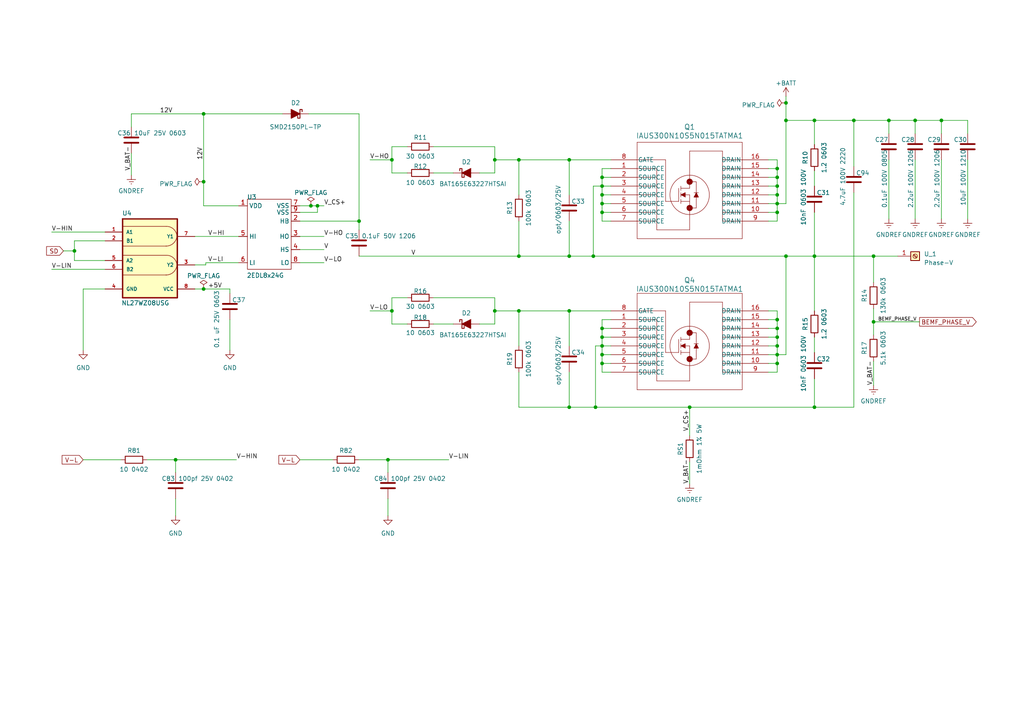
<source format=kicad_sch>
(kicad_sch (version 20230121) (generator eeschema)
  (paper "A4")
  (lib_symbols
    (symbol "2EDL8124G:2EDL8124G"
      (property "Reference" "U3" (at -5.08 11.43 0))
      (property "Value" "2EDL8x24G" (at -1.143 -10.668 0))
      (symbol "2EDL8124G_0_1"
        (rectangle (start -6.35 10.795) (end 6.35 -9.525))
      )
      (symbol "2EDL8124G_1_1"
        (pin power_in line (at -8.89 8.89 0) (length 2.54) (name "VDD") (number "1"))
        (pin output line (at 8.89 4.445 180) (length 2.54) (name "HB") (number "2"))
        (pin output line (at 8.89 0 180) (length 2.54) (name "HO") (number "3"))
        (pin output line (at 8.89 -3.81 180) (length 2.54) (name "HS") (number "4"))
        (pin input line (at -8.89 0 0) (length 2.54) (name "HI") (number "5"))
        (pin input line (at -8.89 -7.62 0) (length 2.54) (name "LI") (number "6"))
        (pin power_in line (at 8.89 8.89 180) (length 2.54) (name "VSS") (number "7"))
        (pin output line (at 8.89 -7.62 180) (length 2.54) (name "LO") (number "8"))
        (pin power_in line (at 8.89 6.985 180) (length 2.54) (name "VSS") (number "9"))
      )
    )
    (symbol "Connector:Screw_Terminal_01x01" (pin_names (offset 1.016) hide)
      (property "Reference" "J" (at 0 2.54 0))
      (property "Value" "Screw_Terminal_01x01" (at 0 -2.54 0))
      (symbol "Screw_Terminal_01x01_1_1"
        (rectangle (start -1.27 1.27) (end 1.27 -1.27) (stroke (width 0.254)) (fill (type background)))
        (polyline (pts (xy -0.5334 0.3302) (xy 0.3302 -0.508)) (stroke (width 0.1524)))
        (polyline (pts (xy -0.3556 0.508) (xy 0.508 -0.3302)) (stroke (width 0.1524)))
        (circle (center 0 0) (radius 0.635) (stroke (width 0.1524)))
        (pin passive line (at -5.08 0 0) (length 3.81) (name "Pin_1") (number "1"))
      )
    )
    (symbol "Device:C" (pin_numbers hide) (pin_names (offset 0.254))
      (property "Reference" "C" (at 0.635 2.54 0))
      (property "Value" "C" (at 0.635 -2.54 0))
      (symbol "C_0_1"
        (polyline (pts (xy -2.032 -0.762) (xy 2.032 -0.762)) (stroke (width 0.508)))
        (polyline (pts (xy -2.032 0.762) (xy 2.032 0.762)) (stroke (width 0.508)))
      )
      (symbol "C_1_1"
        (pin passive line (at 0 3.81 270) (length 2.794) (name "~") (number "1"))
        (pin passive line (at 0 -3.81 90) (length 2.794) (name "~") (number "2"))
      )
    )
    (symbol "Device:D_Schottky_Filled" (pin_numbers hide) (pin_names (offset 1.016) hide)
      (property "Reference" "D" (at 0 2.54 0))
      (property "Value" "D_Schottky_Filled" (at 0 -2.54 0))
      (symbol "D_Schottky_Filled_0_1"
        (polyline (pts (xy 1.27 0) (xy -1.27 0)))
        (polyline (pts (xy 1.27 1.27) (xy 1.27 -1.27) (xy -1.27 0) (xy 1.27 1.27)) (stroke (width 0.254)) (fill (type outline)))
        (polyline (pts (xy -1.905 0.635) (xy -1.905 1.27) (xy -1.27 1.27) (xy -1.27 -1.27) (xy -0.635 -1.27) (xy -0.635 -0.635)) (stroke (width 0.254)))
      )
      (symbol "D_Schottky_Filled_1_1"
        (pin passive line (at -3.81 0 0) (length 2.54) (name "K") (number "1"))
        (pin passive line (at 3.81 0 180) (length 2.54) (name "A") (number "2"))
      )
    )
    (symbol "Device:R" (pin_numbers hide) (pin_names (offset 0))
      (property "Reference" "R" (at 2.032 0 90))
      (property "Value" "R" (at 0 0 90))
      (symbol "R_0_1"
        (rectangle (start -1.016 -2.54) (end 1.016 2.54) (stroke (width 0.254)))
      )
      (symbol "R_1_1"
        (pin passive line (at 0 3.81 270) (length 1.27) (name "~") (number "1"))
        (pin passive line (at 0 -3.81 90) (length 1.27) (name "~") (number "2"))
      )
    )
    (symbol "IAUS300N10S5N015T:IAUS300N10S5N015TATMA1" (pin_names (offset 0.254))
      (property "Reference" "Q1" (at 22.86 12.065 0))
      (property "Value" "IAUS300N10S5N015TATMA1" (at 22.86 9.525 0))
      (symbol "IAUS300N10S5N015TATMA1_0_1"
        (polyline (pts (xy 7.62 -20.32) (xy 38.1 -20.32)) (stroke (width 0.127)))
        (polyline (pts (xy 7.62 -12.7) (xy 13.335 -12.7)) (stroke (width 0.127)))
        (polyline (pts (xy 7.62 -10.16) (xy 13.335 -10.16)) (stroke (width 0.127)))
        (polyline (pts (xy 7.62 -7.62) (xy 13.335 -7.62)) (stroke (width 0.127)))
        (polyline (pts (xy 7.62 -5.08) (xy 13.335 -5.08)) (stroke (width 0.127)))
        (polyline (pts (xy 7.62 -2.54) (xy 13.335 -2.54)) (stroke (width 0.127)))
        (polyline (pts (xy 7.62 0) (xy 13.335 0)) (stroke (width 0.127)))
        (polyline (pts (xy 7.62 2.54) (xy 15.875 2.54)) (stroke (width 0.127)))
        (polyline (pts (xy 7.62 7.62) (xy 7.62 -20.32)) (stroke (width 0.127)))
        (polyline (pts (xy 13.335 -17.78) (xy 22.86 -17.78)) (stroke (width 0.127)))
        (polyline (pts (xy 13.335 -15.24) (xy 7.62 -15.24)) (stroke (width 0.127)))
        (polyline (pts (xy 13.335 0) (xy 13.335 -17.78)) (stroke (width 0.127)))
        (polyline (pts (xy 15.875 -9.525) (xy 15.875 2.54)) (stroke (width 0.127)))
        (polyline (pts (xy 19.685 -9.525) (xy 15.875 -9.525)) (stroke (width 0.127)))
        (polyline (pts (xy 19.685 -5.715) (xy 19.685 -9.525)) (stroke (width 0.127)))
        (polyline (pts (xy 20.32 -9.525) (xy 22.86 -9.525)) (stroke (width 0.127)))
        (polyline (pts (xy 20.32 -8.89) (xy 20.32 -10.16)) (stroke (width 0.127)))
        (polyline (pts (xy 20.32 -7.62) (xy 21.59 -8.255)) (stroke (width 0.127)))
        (polyline (pts (xy 20.32 -7.62) (xy 21.59 -6.985)) (stroke (width 0.127)))
        (polyline (pts (xy 20.32 -6.985) (xy 20.32 -8.255)) (stroke (width 0.127)))
        (polyline (pts (xy 20.32 -6.35) (xy 20.32 -5.08)) (stroke (width 0.127)))
        (polyline (pts (xy 20.32 -5.715) (xy 22.86 -5.715)) (stroke (width 0.127)))
        (polyline (pts (xy 21.59 -6.985) (xy 21.59 -8.255)) (stroke (width 0.127)))
        (polyline (pts (xy 22.86 -11.43) (xy 24.765 -11.43)) (stroke (width 0.127)))
        (polyline (pts (xy 22.86 -7.62) (xy 20.32 -7.62)) (stroke (width 0.127)))
        (polyline (pts (xy 22.86 -7.62) (xy 22.86 -17.78)) (stroke (width 0.127)))
        (polyline (pts (xy 22.86 -5.715) (xy 22.86 5.08)) (stroke (width 0.127)))
        (polyline (pts (xy 22.86 -3.81) (xy 24.765 -3.81)) (stroke (width 0.127)))
        (polyline (pts (xy 24.13 -8.255) (xy 25.4 -8.255)) (stroke (width 0.127)))
        (polyline (pts (xy 24.13 -6.985) (xy 25.4 -6.985)) (stroke (width 0.127)))
        (polyline (pts (xy 24.765 -11.43) (xy 24.765 -3.81)) (stroke (width 0.127)))
        (polyline (pts (xy 24.765 -6.985) (xy 24.13 -8.255)) (stroke (width 0.127)))
        (polyline (pts (xy 24.765 -6.985) (xy 25.4 -8.255)) (stroke (width 0.127)))
        (polyline (pts (xy 32.385 -15.24) (xy 32.385 5.08)) (stroke (width 0.127)))
        (polyline (pts (xy 32.385 5.08) (xy 22.86 5.08)) (stroke (width 0.127)))
        (polyline (pts (xy 38.1 -20.32) (xy 38.1 7.62)) (stroke (width 0.127)))
        (polyline (pts (xy 38.1 -15.24) (xy 32.385 -15.24)) (stroke (width 0.127)))
        (polyline (pts (xy 38.1 -12.7) (xy 32.385 -12.7)) (stroke (width 0.127)))
        (polyline (pts (xy 38.1 -10.16) (xy 32.385 -10.16)) (stroke (width 0.127)))
        (polyline (pts (xy 38.1 -7.62) (xy 32.385 -7.62)) (stroke (width 0.127)))
        (polyline (pts (xy 38.1 -5.08) (xy 32.385 -5.08)) (stroke (width 0.127)))
        (polyline (pts (xy 38.1 -2.54) (xy 32.385 -2.54)) (stroke (width 0.127)))
        (polyline (pts (xy 38.1 0) (xy 32.385 0)) (stroke (width 0.127)))
        (polyline (pts (xy 38.1 2.54) (xy 32.385 2.54)) (stroke (width 0.127)))
        (polyline (pts (xy 38.1 7.62) (xy 7.62 7.62)) (stroke (width 0.127)))
        (polyline (pts (xy 20.32 -7.62) (xy 21.59 -6.985) (xy 21.59 -8.255)) (fill (type outline)))
        (polyline (pts (xy 24.13 -8.255) (xy 25.4 -8.255) (xy 24.765 -6.985)) (fill (type outline)))
        (circle (center 22.86 -11.43) (radius 0.127) (stroke (width 0.762)))
        (circle (center 22.86 -7.62) (radius 5.715) (stroke (width 0.127)))
        (circle (center 22.86 -3.81) (radius 0.127) (stroke (width 0.762)))
        (pin passive line (at 0 0 0) (length 7.62) (name "SOURCE") (number "1"))
        (pin passive line (at 45.72 -12.7 180) (length 7.62) (name "DRAIN") (number "10"))
        (pin passive line (at 45.72 -10.16 180) (length 7.62) (name "DRAIN") (number "11"))
        (pin passive line (at 45.72 -7.62 180) (length 7.62) (name "DRAIN") (number "12"))
        (pin passive line (at 45.72 -5.08 180) (length 7.62) (name "DRAIN") (number "13"))
        (pin passive line (at 45.72 -2.54 180) (length 7.62) (name "DRAIN") (number "14"))
        (pin passive line (at 45.72 0 180) (length 7.62) (name "DRAIN") (number "15"))
        (pin passive line (at 45.72 2.54 180) (length 7.62) (name "DRAIN") (number "16"))
        (pin passive line (at 0 -2.54 0) (length 7.62) (name "SOURCE") (number "2"))
        (pin passive line (at 0 -5.08 0) (length 7.62) (name "SOURCE") (number "3"))
        (pin passive line (at 0 -7.62 0) (length 7.62) (name "SOURCE") (number "4"))
        (pin passive line (at 0 -10.16 0) (length 7.62) (name "SOURCE") (number "5"))
        (pin passive line (at 0 -12.7 0) (length 7.62) (name "SOURCE") (number "6"))
        (pin passive line (at 0 -15.24 0) (length 7.62) (name "SOURCE") (number "7"))
        (pin input line (at 0 2.54 0) (length 7.62) (name "GATE") (number "8"))
        (pin passive line (at 45.72 -15.24 180) (length 7.62) (name "DRAIN") (number "9"))
      )
    )
    (symbol "IAUS300N10S5N015TATMA1_1" (pin_names (offset 0.254))
      (property "Reference" "Q4" (at 22.86 11.43 0))
      (property "Value" "IAUS300N10S5N015TATMA1" (at 22.86 8.89 0))
      (symbol "IAUS300N10S5N015TATMA1_1_0_1"
        (polyline (pts (xy 7.62 -20.32) (xy 38.1 -20.32)) (stroke (width 0.127)))
        (polyline (pts (xy 7.62 -12.7) (xy 13.335 -12.7)) (stroke (width 0.127)))
        (polyline (pts (xy 7.62 -10.16) (xy 13.335 -10.16)) (stroke (width 0.127)))
        (polyline (pts (xy 7.62 -7.62) (xy 13.335 -7.62)) (stroke (width 0.127)))
        (polyline (pts (xy 7.62 -5.08) (xy 13.335 -5.08)) (stroke (width 0.127)))
        (polyline (pts (xy 7.62 -2.54) (xy 13.335 -2.54)) (stroke (width 0.127)))
        (polyline (pts (xy 7.62 0) (xy 13.335 0)) (stroke (width 0.127)))
        (polyline (pts (xy 7.62 2.54) (xy 15.875 2.54)) (stroke (width 0.127)))
        (polyline (pts (xy 7.62 7.62) (xy 7.62 -20.32)) (stroke (width 0.127)))
        (polyline (pts (xy 13.335 -17.78) (xy 22.86 -17.78)) (stroke (width 0.127)))
        (polyline (pts (xy 13.335 -15.24) (xy 7.62 -15.24)) (stroke (width 0.127)))
        (polyline (pts (xy 13.335 0) (xy 13.335 -17.78)) (stroke (width 0.127)))
        (polyline (pts (xy 15.875 -9.525) (xy 15.875 2.54)) (stroke (width 0.127)))
        (polyline (pts (xy 19.685 -9.525) (xy 15.875 -9.525)) (stroke (width 0.127)))
        (polyline (pts (xy 19.685 -5.715) (xy 19.685 -9.525)) (stroke (width 0.127)))
        (polyline (pts (xy 20.32 -9.525) (xy 22.86 -9.525)) (stroke (width 0.127)))
        (polyline (pts (xy 20.32 -8.89) (xy 20.32 -10.16)) (stroke (width 0.127)))
        (polyline (pts (xy 20.32 -7.62) (xy 21.59 -8.255)) (stroke (width 0.127)))
        (polyline (pts (xy 20.32 -7.62) (xy 21.59 -6.985)) (stroke (width 0.127)))
        (polyline (pts (xy 20.32 -6.985) (xy 20.32 -8.255)) (stroke (width 0.127)))
        (polyline (pts (xy 20.32 -6.35) (xy 20.32 -5.08)) (stroke (width 0.127)))
        (polyline (pts (xy 20.32 -5.715) (xy 22.86 -5.715)) (stroke (width 0.127)))
        (polyline (pts (xy 21.59 -6.985) (xy 21.59 -8.255)) (stroke (width 0.127)))
        (polyline (pts (xy 22.86 -11.43) (xy 24.765 -11.43)) (stroke (width 0.127)))
        (polyline (pts (xy 22.86 -7.62) (xy 20.32 -7.62)) (stroke (width 0.127)))
        (polyline (pts (xy 22.86 -7.62) (xy 22.86 -17.78)) (stroke (width 0.127)))
        (polyline (pts (xy 22.86 -5.715) (xy 22.86 5.08)) (stroke (width 0.127)))
        (polyline (pts (xy 22.86 -3.81) (xy 24.765 -3.81)) (stroke (width 0.127)))
        (polyline (pts (xy 24.13 -8.255) (xy 25.4 -8.255)) (stroke (width 0.127)))
        (polyline (pts (xy 24.13 -6.985) (xy 25.4 -6.985)) (stroke (width 0.127)))
        (polyline (pts (xy 24.765 -11.43) (xy 24.765 -3.81)) (stroke (width 0.127)))
        (polyline (pts (xy 24.765 -6.985) (xy 24.13 -8.255)) (stroke (width 0.127)))
        (polyline (pts (xy 24.765 -6.985) (xy 25.4 -8.255)) (stroke (width 0.127)))
        (polyline (pts (xy 32.385 -15.24) (xy 32.385 5.08)) (stroke (width 0.127)))
        (polyline (pts (xy 32.385 5.08) (xy 22.86 5.08)) (stroke (width 0.127)))
        (polyline (pts (xy 38.1 -20.32) (xy 38.1 7.62)) (stroke (width 0.127)))
        (polyline (pts (xy 38.1 -15.24) (xy 32.385 -15.24)) (stroke (width 0.127)))
        (polyline (pts (xy 38.1 -12.7) (xy 32.385 -12.7)) (stroke (width 0.127)))
        (polyline (pts (xy 38.1 -10.16) (xy 32.385 -10.16)) (stroke (width 0.127)))
        (polyline (pts (xy 38.1 -7.62) (xy 32.385 -7.62)) (stroke (width 0.127)))
        (polyline (pts (xy 38.1 -5.08) (xy 32.385 -5.08)) (stroke (width 0.127)))
        (polyline (pts (xy 38.1 -2.54) (xy 32.385 -2.54)) (stroke (width 0.127)))
        (polyline (pts (xy 38.1 0) (xy 32.385 0)) (stroke (width 0.127)))
        (polyline (pts (xy 38.1 2.54) (xy 32.385 2.54)) (stroke (width 0.127)))
        (polyline (pts (xy 38.1 7.62) (xy 7.62 7.62)) (stroke (width 0.127)))
        (polyline (pts (xy 20.32 -7.62) (xy 21.59 -6.985) (xy 21.59 -8.255)) (fill (type outline)))
        (polyline (pts (xy 24.13 -8.255) (xy 25.4 -8.255) (xy 24.765 -6.985)) (fill (type outline)))
        (circle (center 22.86 -11.43) (radius 0.127) (stroke (width 0.762)))
        (circle (center 22.86 -7.62) (radius 5.715) (stroke (width 0.127)))
        (circle (center 22.86 -3.81) (radius 0.127) (stroke (width 0.762)))
        (pin passive line (at 0 0 0) (length 7.62) (name "SOURCE") (number "1"))
        (pin passive line (at 45.72 -12.7 180) (length 7.62) (name "DRAIN") (number "10"))
        (pin passive line (at 45.72 -10.16 180) (length 7.62) (name "DRAIN") (number "11"))
        (pin passive line (at 45.72 -7.62 180) (length 7.62) (name "DRAIN") (number "12"))
        (pin passive line (at 45.72 -5.08 180) (length 7.62) (name "DRAIN") (number "13"))
        (pin passive line (at 45.72 -2.54 180) (length 7.62) (name "DRAIN") (number "14"))
        (pin passive line (at 45.72 0 180) (length 7.62) (name "DRAIN") (number "15"))
        (pin passive line (at 45.72 2.54 180) (length 7.62) (name "DRAIN") (number "16"))
        (pin passive line (at 0 -2.54 0) (length 7.62) (name "SOURCE") (number "2"))
        (pin passive line (at 0 -5.08 0) (length 7.62) (name "SOURCE") (number "3"))
        (pin passive line (at 0 -7.62 0) (length 7.62) (name "SOURCE") (number "4"))
        (pin passive line (at 0 -10.16 0) (length 7.62) (name "SOURCE") (number "5"))
        (pin passive line (at 0 -12.7 0) (length 7.62) (name "SOURCE") (number "6"))
        (pin passive line (at 0 -15.24 0) (length 7.62) (name "SOURCE") (number "7"))
        (pin input line (at 0 2.54 0) (length 7.62) (name "GATE") (number "8"))
        (pin passive line (at 45.72 -15.24 180) (length 7.62) (name "DRAIN") (number "9"))
      )
    )
    (symbol "NL27WZ08USG:NL27WZ08USG" (pin_names (offset 1.016))
      (property "Reference" "U4" (at -6.35 13.081 0))
      (property "Value" "NL27WZ08USG" (at -1.016 -12.954 0))
      (symbol "NL27WZ08USG_0_0"
        (rectangle (start -7.62 11.43) (end 8.255 -11.43) (stroke (width 0.4064)) (fill (type background)))
        (pin input line (at -12.7 7.62 0) (length 5.08) (name "A1") (number "1"))
        (pin input line (at -12.7 5.08 0) (length 5.08) (name "B1") (number "2"))
        (pin output line (at 13.335 -1.905 180) (length 5.08) (name "Y2") (number "3"))
        (pin power_in line (at -12.7 -8.89 0) (length 5.08) (name "GND") (number "4"))
        (pin input line (at -12.7 -0.635 0) (length 5.08) (name "A2") (number "5"))
        (pin input line (at -12.7 -3.175 0) (length 5.08) (name "B2") (number "6"))
        (pin output line (at 13.335 6.35 180) (length 5.08) (name "Y1") (number "7"))
        (pin power_in line (at 13.335 -8.89 180) (length 5.08) (name "VCC") (number "8"))
      )
      (symbol "NL27WZ08USG_0_1"
        (polyline (pts (xy -7.62 -4.826) (xy 5.08 -4.826)))
        (polyline (pts (xy -7.62 0.889) (xy 5.08 0.889)))
        (polyline (pts (xy -7.62 3.556) (xy 5.08 3.556)))
        (polyline (pts (xy -7.62 9.271) (xy 5.08 9.271)))
        (arc (start 4.9529 -4.8259) (mid 7.1715 -3.9594) (end 8.128 -1.778))
        (arc (start 4.9529 3.5561) (mid 7.1716 4.4226) (end 8.128 6.604))
        (arc (start 8.128 -2.032) (mid 7.2054 0.056) (end 5.08 0.889))
        (arc (start 8.128 6.35) (mid 7.2054 8.438) (end 5.08 9.271))
      )
    )
    (symbol "power:+BATT" (power) (pin_names (offset 0))
      (property "Value" "+BATT" (at 0 3.556 0))
      (symbol "+BATT_0_1"
        (polyline (pts (xy -0.762 1.27) (xy 0 2.54)))
        (polyline (pts (xy 0 0) (xy 0 2.54)))
        (polyline (pts (xy 0 2.54) (xy 0.762 1.27)))
      )
      (symbol "+BATT_1_1"
        (pin power_in line (at 0 0 90) (length 0) hide (name "+BATT") (number "1"))
      )
    )
    (symbol "power:GND" (power) (pin_names (offset 0))
      (property "Value" "GND" (at 0 -3.81 0))
      (symbol "GND_0_1"
        (polyline (pts (xy 0 0) (xy 0 -1.27) (xy 1.27 -1.27) (xy 0 -2.54) (xy -1.27 -1.27) (xy 0 -1.27)))
      )
      (symbol "GND_1_1"
        (pin power_in line (at 0 0 270) (length 0) hide (name "GND") (number "1"))
      )
    )
    (symbol "power:GNDREF" (power) (pin_names (offset 0))
      (property "Value" "GNDREF" (at 0 -3.81 0))
      (symbol "GNDREF_0_1"
        (polyline (pts (xy -0.635 -1.905) (xy 0.635 -1.905)))
        (polyline (pts (xy -0.127 -2.54) (xy 0.127 -2.54)))
        (polyline (pts (xy 0 -1.27) (xy 0 0)))
        (polyline (pts (xy 1.27 -1.27) (xy -1.27 -1.27)))
      )
      (symbol "GNDREF_1_1"
        (pin power_in line (at 0 0 270) (length 0) hide (name "GNDREF") (number "1"))
      )
    )
    (symbol "power:PWR_FLAG" (power) (pin_numbers hide) (pin_names (offset 0) hide)
      (property "Value" "PWR_FLAG" (at 0 3.81 0))
      (symbol "PWR_FLAG_0_0"
        (pin power_out line (at 0 0 90) (length 0) (name "pwr") (number "1"))
      )
      (symbol "PWR_FLAG_0_1"
        (polyline (pts (xy 0 0) (xy 0 1.27) (xy -1.016 1.905) (xy 0 2.54) (xy 1.016 1.905) (xy 0 1.27)))
      )
    )
  )
  (junction (at 253.365 74.295))
  (junction (at 165.1 74.295))
  (junction (at 165.1 46.355))
  (junction (at 253.365 93.345))
  (junction (at 225.425 97.79))
  (junction (at 59.055 83.82))
  (junction (at 225.425 56.515))
  (junction (at 225.425 100.33))
  (junction (at 174.625 100.33))
  (junction (at 174.625 105.41))
  (junction (at 273.05 34.925))
  (junction (at 257.81 34.925))
  (junction (at 174.625 102.87))
  (junction (at 225.425 95.25))
  (junction (at 150.495 90.17))
  (junction (at 227.965 74.295))
  (junction (at 104.14 64.135))
  (junction (at 227.965 34.925))
  (junction (at 59.055 52.705))
  (junction (at 174.625 53.975))
  (junction (at 112.522 133.35))
  (junction (at 143.51 90.17))
  (junction (at 225.425 92.71))
  (junction (at 265.43 34.925))
  (junction (at 174.625 56.515))
  (junction (at 150.495 74.295))
  (junction (at 225.425 105.41))
  (junction (at 143.51 46.355))
  (junction (at 227.965 29.845))
  (junction (at 150.495 46.355))
  (junction (at 165.1 90.17))
  (junction (at 236.22 118.11))
  (junction (at 165.1 118.11))
  (junction (at 113.665 90.17))
  (junction (at 236.22 74.295))
  (junction (at 174.625 61.595))
  (junction (at 225.425 48.895))
  (junction (at 174.625 97.79))
  (junction (at 21.59 72.771))
  (junction (at 225.425 59.055))
  (junction (at 174.625 59.055))
  (junction (at 225.425 53.975))
  (junction (at 59.055 33.02))
  (junction (at 225.425 51.435))
  (junction (at 200.025 118.11))
  (junction (at 174.625 51.435))
  (junction (at 247.65 34.925))
  (junction (at 92.075 59.69))
  (junction (at 225.425 102.87))
  (junction (at 172.085 74.295))
  (junction (at 172.72 118.11))
  (junction (at 50.927 133.35))
  (junction (at 90.17 59.69))
  (junction (at 225.425 61.595))
  (junction (at 236.22 34.925))
  (junction (at 113.665 46.355))
  (junction (at 174.625 95.25))
  (wire (pts (xy 227.965 29.845) (xy 227.965 34.925)))
  (wire (pts (xy 21.59 72.771) (xy 21.59 75.565)))
  (wire (pts (xy 113.665 50.165) (xy 118.11 50.165)))
  (wire (pts (xy 225.425 100.33) (xy 225.425 102.87)))
  (wire (pts (xy 222.885 51.435) (xy 225.425 51.435)))
  (wire (pts (xy 104.14 33.02) (xy 104.14 64.135)))
  (wire (pts (xy 174.625 105.41) (xy 174.625 107.95)))
  (wire (pts (xy 113.665 93.98) (xy 118.11 93.98)))
  (wire (pts (xy 104.14 74.295) (xy 150.495 74.295)))
  (wire (pts (xy 174.625 59.055) (xy 177.165 59.055)))
  (wire (pts (xy 150.495 118.11) (xy 150.495 107.95)))
  (wire (pts (xy 59.055 33.02) (xy 59.055 52.705)))
  (wire (pts (xy 50.927 133.35) (xy 68.58 133.35)))
  (wire (pts (xy 14.986 78.105) (xy 30.48 78.105)))
  (wire (pts (xy 165.1 90.17) (xy 165.1 100.33)))
  (wire (pts (xy 257.81 38.735) (xy 257.81 34.925)))
  (wire (pts (xy 90.17 59.69) (xy 92.075 59.69)))
  (wire (pts (xy 174.625 56.515) (xy 177.165 56.515)))
  (wire (pts (xy 236.22 34.925) (xy 247.65 34.925)))
  (wire (pts (xy 143.51 42.545) (xy 125.73 42.545)))
  (wire (pts (xy 225.425 56.515) (xy 225.425 53.975)))
  (wire (pts (xy 253.365 89.535) (xy 253.365 93.345)))
  (wire (pts (xy 253.365 74.295) (xy 260.35 74.295)))
  (wire (pts (xy 174.625 59.055) (xy 174.625 61.595)))
  (wire (pts (xy 113.665 42.545) (xy 113.665 46.355)))
  (wire (pts (xy 112.522 133.35) (xy 112.522 137.033)))
  (wire (pts (xy 86.995 133.35) (xy 96.52 133.35)))
  (wire (pts (xy 257.81 34.925) (xy 265.43 34.925)))
  (wire (pts (xy 227.965 27.94) (xy 227.965 29.845)))
  (wire (pts (xy 174.625 100.33) (xy 177.165 100.33)))
  (wire (pts (xy 113.665 86.36) (xy 113.665 90.17)))
  (wire (pts (xy 222.885 90.17) (xy 225.425 90.17)))
  (wire (pts (xy 177.165 90.17) (xy 165.1 90.17)))
  (wire (pts (xy 143.51 86.36) (xy 143.51 90.17)))
  (wire (pts (xy 222.885 102.87) (xy 225.425 102.87)))
  (wire (pts (xy 143.51 86.36) (xy 125.73 86.36)))
  (wire (pts (xy 225.425 59.055) (xy 227.965 59.055)))
  (wire (pts (xy 125.73 93.98) (xy 131.445 93.98)))
  (wire (pts (xy 174.625 97.79) (xy 174.625 100.33)))
  (wire (pts (xy 225.425 90.17) (xy 225.425 92.71)))
  (wire (pts (xy 174.625 95.25) (xy 177.165 95.25)))
  (wire (pts (xy 56.515 83.82) (xy 59.055 83.82)))
  (wire (pts (xy 273.05 46.355) (xy 273.05 63.5)))
  (wire (pts (xy 107.315 46.355) (xy 113.665 46.355)))
  (wire (pts (xy 150.495 74.295) (xy 150.495 64.135)))
  (wire (pts (xy 21.59 69.85) (xy 21.59 72.771)))
  (wire (pts (xy 113.665 90.17) (xy 113.665 93.98)))
  (wire (pts (xy 227.965 74.295) (xy 236.22 74.295)))
  (wire (pts (xy 42.672 133.35) (xy 50.927 133.35)))
  (wire (pts (xy 265.43 38.735) (xy 265.43 34.925)))
  (wire (pts (xy 247.65 48.26) (xy 247.65 34.925)))
  (wire (pts (xy 236.22 118.11) (xy 200.025 118.11)))
  (wire (pts (xy 200.025 118.11) (xy 200.025 126.365)))
  (wire (pts (xy 227.965 34.925) (xy 227.965 59.055)))
  (wire (pts (xy 222.885 95.25) (xy 225.425 95.25)))
  (wire (pts (xy 222.885 100.33) (xy 225.425 100.33)))
  (wire (pts (xy 273.05 38.735) (xy 273.05 34.925)))
  (wire (pts (xy 236.22 74.295) (xy 236.22 90.17)))
  (wire (pts (xy 177.165 53.975) (xy 174.625 53.975)))
  (wire (pts (xy 265.43 34.925) (xy 273.05 34.925)))
  (wire (pts (xy 253.365 74.295) (xy 253.365 81.915)))
  (wire (pts (xy 280.67 46.355) (xy 280.67 63.5)))
  (wire (pts (xy 222.885 105.41) (xy 225.425 105.41)))
  (wire (pts (xy 247.65 118.11) (xy 236.22 118.11)))
  (wire (pts (xy 139.065 50.165) (xy 143.51 50.165)))
  (wire (pts (xy 225.425 46.355) (xy 222.885 46.355)))
  (wire (pts (xy 236.22 49.53) (xy 236.22 53.975)))
  (wire (pts (xy 165.1 118.11) (xy 172.72 118.11)))
  (wire (pts (xy 222.885 53.975) (xy 225.425 53.975)))
  (wire (pts (xy 143.51 90.17) (xy 150.495 90.17)))
  (wire (pts (xy 236.22 41.91) (xy 236.22 34.925)))
  (wire (pts (xy 59.055 52.705) (xy 59.055 59.69)))
  (wire (pts (xy 177.165 92.71) (xy 174.625 92.71)))
  (wire (pts (xy 104.14 64.135) (xy 104.14 66.675)))
  (wire (pts (xy 86.995 59.69) (xy 90.17 59.69)))
  (wire (pts (xy 174.625 102.87) (xy 177.165 102.87)))
  (wire (pts (xy 143.51 46.355) (xy 150.495 46.355)))
  (wire (pts (xy 59.055 59.69) (xy 69.215 59.69)))
  (wire (pts (xy 113.665 42.545) (xy 118.11 42.545)))
  (wire (pts (xy 86.995 76.2) (xy 93.98 76.2)))
  (wire (pts (xy 200.025 133.985) (xy 200.025 140.335)))
  (wire (pts (xy 253.365 93.345) (xy 253.365 97.155)))
  (wire (pts (xy 174.625 53.975) (xy 174.625 56.515)))
  (wire (pts (xy 143.51 50.165) (xy 143.51 46.355)))
  (wire (pts (xy 18.415 72.771) (xy 21.59 72.771)))
  (wire (pts (xy 174.625 53.975) (xy 172.085 53.975)))
  (wire (pts (xy 165.1 74.295) (xy 172.085 74.295)))
  (wire (pts (xy 165.1 118.11) (xy 150.495 118.11)))
  (wire (pts (xy 125.73 50.165) (xy 131.445 50.165)))
  (wire (pts (xy 222.885 97.79) (xy 225.425 97.79)))
  (wire (pts (xy 66.675 83.82) (xy 66.675 85.09)))
  (wire (pts (xy 222.885 64.135) (xy 225.425 64.135)))
  (wire (pts (xy 150.495 90.17) (xy 150.495 100.33)))
  (wire (pts (xy 236.22 97.79) (xy 236.22 102.235)))
  (wire (pts (xy 104.14 133.35) (xy 112.522 133.35)))
  (wire (pts (xy 225.425 51.435) (xy 225.425 48.895)))
  (wire (pts (xy 59.69 76.2) (xy 69.215 76.2)))
  (wire (pts (xy 165.1 46.355) (xy 150.495 46.355)))
  (wire (pts (xy 177.165 105.41) (xy 174.625 105.41)))
  (wire (pts (xy 50.927 133.35) (xy 50.927 137.033)))
  (wire (pts (xy 24.13 133.35) (xy 35.052 133.35)))
  (wire (pts (xy 225.425 59.055) (xy 225.425 56.515)))
  (wire (pts (xy 236.22 61.595) (xy 236.22 74.295)))
  (wire (pts (xy 112.522 133.35) (xy 130.175 133.35)))
  (wire (pts (xy 165.1 46.355) (xy 177.165 46.355)))
  (wire (pts (xy 107.315 90.17) (xy 113.665 90.17)))
  (wire (pts (xy 143.51 90.17) (xy 143.51 93.98)))
  (wire (pts (xy 174.625 107.95) (xy 177.165 107.95)))
  (wire (pts (xy 225.425 105.41) (xy 225.425 107.95)))
  (wire (pts (xy 30.48 83.82) (xy 24.13 83.82)))
  (wire (pts (xy 59.055 33.02) (xy 81.915 33.02)))
  (wire (pts (xy 38.1 33.02) (xy 38.1 36.83)))
  (wire (pts (xy 56.515 76.835) (xy 59.69 76.835)))
  (wire (pts (xy 113.665 46.355) (xy 113.665 50.165)))
  (wire (pts (xy 165.1 56.515) (xy 165.1 46.355)))
  (wire (pts (xy 236.22 74.295) (xy 253.365 74.295)))
  (wire (pts (xy 174.625 102.87) (xy 174.625 105.41)))
  (wire (pts (xy 14.986 67.31) (xy 30.48 67.31)))
  (wire (pts (xy 38.1 33.02) (xy 59.055 33.02)))
  (wire (pts (xy 165.1 74.295) (xy 150.495 74.295)))
  (wire (pts (xy 174.625 51.435) (xy 177.165 51.435)))
  (wire (pts (xy 225.425 53.975) (xy 225.425 51.435)))
  (wire (pts (xy 174.625 100.33) (xy 172.72 100.33)))
  (wire (pts (xy 225.425 97.79) (xy 225.425 100.33)))
  (wire (pts (xy 225.425 64.135) (xy 225.425 61.595)))
  (wire (pts (xy 174.625 61.595) (xy 174.625 64.135)))
  (wire (pts (xy 150.495 46.355) (xy 150.495 56.515)))
  (wire (pts (xy 86.995 68.58) (xy 93.98 68.58)))
  (wire (pts (xy 174.625 48.895) (xy 174.625 51.435)))
  (wire (pts (xy 225.425 95.25) (xy 225.425 97.79)))
  (wire (pts (xy 225.425 92.71) (xy 225.425 95.25)))
  (wire (pts (xy 222.885 59.055) (xy 225.425 59.055)))
  (wire (pts (xy 172.72 100.33) (xy 172.72 118.11)))
  (wire (pts (xy 265.43 46.355) (xy 265.43 63.5)))
  (wire (pts (xy 225.425 48.895) (xy 225.425 46.355)))
  (wire (pts (xy 172.72 118.11) (xy 200.025 118.11)))
  (wire (pts (xy 222.885 48.895) (xy 225.425 48.895)))
  (wire (pts (xy 227.965 74.295) (xy 227.965 102.87)))
  (wire (pts (xy 236.22 34.925) (xy 227.965 34.925)))
  (wire (pts (xy 257.81 63.5) (xy 257.81 46.355)))
  (wire (pts (xy 92.075 59.69) (xy 93.98 59.69)))
  (wire (pts (xy 280.67 38.735) (xy 280.67 34.925)))
  (wire (pts (xy 227.965 102.87) (xy 225.425 102.87)))
  (wire (pts (xy 174.625 61.595) (xy 177.165 61.595)))
  (wire (pts (xy 38.1 44.45) (xy 38.1 50.8)))
  (wire (pts (xy 165.1 90.17) (xy 150.495 90.17)))
  (wire (pts (xy 174.625 51.435) (xy 174.625 53.975)))
  (wire (pts (xy 174.625 97.79) (xy 177.165 97.79)))
  (wire (pts (xy 273.05 34.925) (xy 280.67 34.925)))
  (wire (pts (xy 174.625 100.33) (xy 174.625 102.87)))
  (wire (pts (xy 30.48 69.85) (xy 21.59 69.85)))
  (wire (pts (xy 165.1 107.95) (xy 165.1 118.11)))
  (wire (pts (xy 66.675 92.71) (xy 66.675 101.6)))
  (wire (pts (xy 86.995 64.135) (xy 104.14 64.135)))
  (wire (pts (xy 139.065 93.98) (xy 143.51 93.98)))
  (wire (pts (xy 225.425 107.95) (xy 222.885 107.95)))
  (wire (pts (xy 222.885 61.595) (xy 225.425 61.595)))
  (wire (pts (xy 86.995 72.39) (xy 93.98 72.39)))
  (wire (pts (xy 165.1 64.135) (xy 165.1 74.295)))
  (wire (pts (xy 104.14 33.02) (xy 89.535 33.02)))
  (wire (pts (xy 236.22 109.855) (xy 236.22 118.11)))
  (wire (pts (xy 174.625 56.515) (xy 174.625 59.055)))
  (wire (pts (xy 257.81 34.925) (xy 247.65 34.925)))
  (wire (pts (xy 59.055 83.82) (xy 66.675 83.82)))
  (wire (pts (xy 112.522 144.653) (xy 112.522 149.606)))
  (wire (pts (xy 92.075 59.69) (xy 92.075 61.595)))
  (wire (pts (xy 222.885 92.71) (xy 225.425 92.71)))
  (wire (pts (xy 225.425 102.87) (xy 225.425 105.41)))
  (wire (pts (xy 24.13 83.82) (xy 24.13 101.6)))
  (wire (pts (xy 172.085 74.295) (xy 227.965 74.295)))
  (wire (pts (xy 50.927 144.653) (xy 50.927 149.606)))
  (wire (pts (xy 113.665 86.36) (xy 118.11 86.36)))
  (wire (pts (xy 143.51 46.355) (xy 143.51 42.545)))
  (wire (pts (xy 86.995 61.595) (xy 92.075 61.595)))
  (wire (pts (xy 222.885 56.515) (xy 225.425 56.515)))
  (wire (pts (xy 172.085 53.975) (xy 172.085 74.295)))
  (wire (pts (xy 253.365 93.345) (xy 266.7 93.345)))
  (wire (pts (xy 21.59 75.565) (xy 30.48 75.565)))
  (wire (pts (xy 174.625 92.71) (xy 174.625 95.25)))
  (wire (pts (xy 247.65 55.88) (xy 247.65 118.11)))
  (wire (pts (xy 225.425 61.595) (xy 225.425 59.055)))
  (wire (pts (xy 177.165 48.895) (xy 174.625 48.895)))
  (wire (pts (xy 174.625 95.25) (xy 174.625 97.79)))
  (wire (pts (xy 56.515 68.58) (xy 69.215 68.58)))
  (wire (pts (xy 174.625 64.135) (xy 177.165 64.135)))
  (wire (pts (xy 59.69 76.2) (xy 59.69 76.835)))
  (wire (pts (xy 253.365 104.775) (xy 253.365 111.76)))
  (label "V-HI" (at 60.325 68.58 0))
  (label "BEMF_PHASE_V" (at 254.635 93.345 0) (effects (font (size 1 1))))
  (label "V" (at 93.98 72.39 0))
  (label "V-LIN" (at 14.986 78.105 0))
  (label "V-HO" (at 107.315 46.355 0))
  (label "V_BAT-" (at 38.1 49.53 90))
  (label "V" (at 119.253 74.295 0))
  (label "V_CS+" (at 200.025 125.095 90))
  (label "V-HIN" (at 14.986 67.31 0))
  (label "V-LI" (at 60.325 76.2 0))
  (label "V-HO" (at 93.98 68.58 0))
  (label "12V" (at 46.355 33.02 0))
  (label "V-HIN" (at 68.58 133.35 0))
  (label "V_CS+" (at 93.98 59.69 0))
  (label "+5V" (at 60.325 83.82 0))
  (label "V_BAT-" (at 253.365 111.76 90))
  (label "V-LO" (at 93.98 76.2 0))
  (label "V_BAT-" (at 200.025 140.335 90))
  (label "12V" (at 59.055 46.355 90))
  (label "V-LIN" (at 130.175 133.35 0))
  (label "V-LO" (at 107.315 90.17 0))
  (global_label "BEMF_PHASE_V" (shape output) (at 266.7 93.345 0) (property "Intersheetrefs" "${INTERSHEET_REFS}" (effects hide)))
  (global_label "V-L" (shape input) (at 24.13 133.35 180) (property "Intersheetrefs" "${INTERSHEET_REFS}" (effects hide)))
  (global_label "SD" (shape input) (at 18.415 72.771 180) (property "Intersheetrefs" "${INTERSHEET_REFS}" (effects hide)))
  (global_label "V-L" (shape input) (at 86.995 133.35 180) (property "Intersheetrefs" "${INTERSHEET_REFS}" (effects hide)))
  (symbol (lib_id "Device:D_Schottky_Filled") (at 85.725 33.02 0) (mirror y) (unit 1)
    (property "Reference" "D2" (at 85.725 29.845 0))
    (property "Value" "SMD2150PL-TP" (at 85.725 36.83 0))
    (instances (project "EVAL_TOLT_DC48V_3KW" (path "" (reference "D2") (unit 1)) (path "" (reference "D?") (unit 1)) (path "" (reference "D3") (unit 1)) (path "" (reference "D?") (unit 1)) (path "" (reference "D6") (unit 1))))
  )
  (symbol (lib_id "power:GNDREF") (at 253.365 111.76 0) (unit 1)
    (property "Reference" "#PWR071" (effects hide))
    (property "Value" "GNDREF" (at 253.365 116.332 0))
    (instances (project "EVAL_TOLT_DC48V_3KW" (path "" (reference "#PWR071") (unit 1)) (path "" (reference "#PWR0103") (unit 1)) (path "" (reference "#PWR091") (unit 1))))
  )
  (symbol (lib_name "IAUS300N10S5N015TATMA1_1") (lib_id "IAUS300N10S5N015T:IAUS300N10S5N015TATMA1") (at 177.165 92.71 0) (unit 1)
    (property "Reference" "Q4" (at 200.025 81.28 0) (effects (font (size 1.524 1.524))))
    (property "Value" "IAUS300N10S5N015TATMA1" (at 200.025 83.82 0) (effects (font (size 1.524 1.524))))
    (property "Footprint" "PG-HDSOP-16-2" (effects hide))
    (property "Datasheet" "IAUS300N10S5N015TATMA1" (effects hide))
    (instances (project "EVAL_TOLT_DC48V_3KW" (path "" (reference "Q4") (unit 1)) (path "" (reference "Q?") (unit 1)) (path "" (reference "Q5") (unit 1))))
  )
  (symbol (lib_id "Device:R") (at 150.495 104.14 180) (unit 1)
    (property "Reference" "R19" (at 147.828 104.14 90))
    (property "Value" "100k 0603" (at 153.289 104.14 90))
    (instances (project "EVAL_TOLT_DC48V_3KW" (path "" (reference "R19") (unit 1)) (path "" (reference "R?") (unit 1)) (path "" (reference "R25") (unit 1))))
  )
  (symbol (lib_id "Device:R") (at 38.862 133.35 90) (unit 1)
    (property "Reference" "R81" (at 38.862 130.683 90))
    (property "Value" "10 0402" (at 38.862 136.144 90))
    (instances (project "EVAL_TOLT_DC48V_3KW" (path "" (reference "R81") (unit 1)) (path "" (reference "R?") (unit 1)) (path "" (reference "R83") (unit 1))))
  )
  (symbol (lib_id "Device:C") (at 236.22 106.045 0) (unit 1)
    (property "Reference" "C32" (at 236.855 104.14 0) (effects (justify left)))
    (property "Value" "10nF 0603 100V" (at 233.045 113.665 90) (effects (justify left)))
    (instances (project "EVAL_TOLT_DC48V_3KW" (path "" (reference "C32") (unit 1)) (path "" (reference "C?") (unit 1)) (path "" (reference "C43") (unit 1))))
  )
  (symbol (lib_id "power:GNDREF") (at 257.81 63.5 0) (unit 1)
    (property "Reference" "#PWR073" (effects hide))
    (property "Value" "GNDREF" (at 257.81 68.072 0))
    (instances (project "EVAL_TOLT_DC48V_3KW" (path "" (reference "#PWR073") (unit 1)) (path "" (reference "#PWR0104") (unit 1)) (path "" (reference "#PWR092") (unit 1))))
  )
  (symbol (lib_id "Device:R") (at 121.92 42.545 90) (unit 1)
    (property "Reference" "R11" (at 121.92 39.878 90))
    (property "Value" "30 0603" (at 121.92 45.339 90))
    (instances (project "EVAL_TOLT_DC48V_3KW" (path "" (reference "R11") (unit 1)) (path "" (reference "R?") (unit 1)) (path "" (reference "R26") (unit 1))))
  )
  (symbol (lib_id "Device:C") (at 38.1 40.64 0) (unit 1)
    (property "Reference" "C36" (at 34.036 38.608 0) (effects (justify left)))
    (property "Value" "10uF 25V 0603" (at 38.862 38.608 0) (effects (justify left)))
    (instances (project "EVAL_TOLT_DC48V_3KW" (path "" (reference "C36") (unit 1)) (path "" (reference "C?") (unit 1)) (path "" (reference "C47") (unit 1))))
  )
  (symbol (lib_id "Device:R") (at 200.025 130.175 180) (unit 1)
    (property "Reference" "RS1" (at 197.358 130.175 90))
    (property "Value" "1mOhm 1% 5W" (at 202.819 130.175 90))
    (instances (project "EVAL_TOLT_DC48V_3KW" (path "" (reference "RS1") (unit 1)) (path "" (reference "RS?") (unit 1)) (path "" (reference "RS2") (unit 1))))
  )
  (symbol (lib_id "power:GNDREF") (at 265.43 63.5 0) (unit 1)
    (property "Reference" "#PWR074" (effects hide))
    (property "Value" "GNDREF" (at 265.43 68.072 0))
    (instances (project "EVAL_TOLT_DC48V_3KW" (path "" (reference "#PWR074") (unit 1)) (path "" (reference "#PWR0105") (unit 1)) (path "" (reference "#PWR093") (unit 1))))
  )
  (symbol (lib_id "Device:C") (at 236.22 57.785 0) (unit 1)
    (property "Reference" "C31" (at 236.855 55.88 0) (effects (justify left)))
    (property "Value" "10nF 0603 100V" (at 233.045 65.405 90) (effects (justify left)))
    (instances (project "EVAL_TOLT_DC48V_3KW" (path "" (reference "C31") (unit 1)) (path "" (reference "C?") (unit 1)) (path "" (reference "C42") (unit 1))))
  )
  (symbol (lib_id "power:PWR_FLAG") (at 90.17 59.69 0) (unit 1)
    (property "Reference" "#FLG013" (effects hide))
    (property "Value" "PWR_FLAG" (at 90.17 55.88 0))
    (instances (project "EVAL_TOLT_DC48V_3KW" (path "" (reference "#FLG013") (unit 1)) (path "" (reference "#FLG025") (unit 1)) (path "" (reference "#FLG020") (unit 1))))
  )
  (symbol (lib_id "Connector:Screw_Terminal_01x01") (at 265.43 74.295 0) (unit 1)
    (property "Reference" "U_1" (at 267.97 73.66 0) (effects (justify left)))
    (property "Value" "Phase-V" (at 267.97 76.2 0) (effects (justify left)))
    (instances (project "EVAL_TOLT_DC48V_3KW" (path "" (reference "U_1") (unit 1)) (path "" (reference "U_?") (unit 1)) (path "" (reference "V_1") (unit 1))))
  )
  (symbol (lib_id "Device:C") (at 247.65 52.07 0) (unit 1)
    (property "Reference" "C94" (at 248.285 50.165 0) (effects (justify left)))
    (property "Value" "4.7uF 100V 2220" (at 244.475 59.69 90) (effects (justify left)))
    (instances (project "EVAL_TOLT_DC48V_3KW" (path "" (reference "C94") (unit 1)) (path "" (reference "C?") (unit 1)) (path "" (reference "C95") (unit 1))))
  )
  (symbol (lib_id "power:PWR_FLAG") (at 59.055 52.705 90) (unit 1)
    (property "Reference" "#FLG012" (effects hide))
    (property "Value" "PWR_FLAG" (at 55.88 53.34 90) (effects (justify left)))
    (instances (project "EVAL_TOLT_DC48V_3KW" (path "" (reference "#FLG012") (unit 1)) (path "" (reference "#FLG023") (unit 1)) (path "" (reference "#FLG018") (unit 1))))
  )
  (symbol (lib_id "power:GNDREF") (at 38.1 50.8 0) (unit 1)
    (property "Reference" "#PWR03" (effects hide))
    (property "Value" "GNDREF" (at 38.1 55.372 0))
    (instances (project "EVAL_TOLT_DC48V_3KW" (path "" (reference "#PWR03") (unit 1)) (path "" (reference "#PWR097") (unit 1)) (path "" (reference "#PWR085") (unit 1))))
  )
  (symbol (lib_id "Device:R") (at 121.92 86.36 90) (unit 1)
    (property "Reference" "R16" (at 121.92 84.455 90))
    (property "Value" "30 0603" (at 121.92 88.9 90))
    (instances (project "EVAL_TOLT_DC48V_3KW" (path "" (reference "R16") (unit 1)) (path "" (reference "R?") (unit 1)) (path "" (reference "R28") (unit 1))))
  )
  (symbol (lib_id "Device:C") (at 112.522 140.843 0) (unit 1)
    (property "Reference" "C84" (at 108.458 138.811 0) (effects (justify left)))
    (property "Value" "100pf 25V 0402" (at 113.284 138.811 0) (effects (justify left)))
    (instances (project "EVAL_TOLT_DC48V_3KW" (path "" (reference "C84") (unit 1)) (path "" (reference "C?") (unit 1)) (path "" (reference "C86") (unit 1))))
  )
  (symbol (lib_id "Device:R") (at 253.365 85.725 180) (unit 1)
    (property "Reference" "R14" (at 250.698 85.725 90))
    (property "Value" "130k 0603" (at 256.159 85.725 90))
    (instances (project "EVAL_TOLT_DC48V_3KW" (path "" (reference "R14") (unit 1)) (path "" (reference "R?") (unit 1)) (path "" (reference "R20") (unit 1))))
  )
  (symbol (lib_id "IAUS300N10S5N015T:IAUS300N10S5N015TATMA1") (at 177.165 48.895 0) (unit 1)
    (property "Reference" "Q1" (at 200.025 36.83 0) (effects (font (size 1.524 1.524))))
    (property "Value" "IAUS300N10S5N015TATMA1" (at 200.025 39.37 0) (effects (font (size 1.524 1.524))))
    (property "Footprint" "PG-HDSOP-16-2" (effects hide))
    (property "Datasheet" "IAUS300N10S5N015TATMA1" (effects hide))
    (instances (project "EVAL_TOLT_DC48V_3KW" (path "" (reference "Q1") (unit 1)) (path "" (reference "Q?") (unit 1)) (path "" (reference "Q2") (unit 1))))
  )
  (symbol (lib_id "Device:C") (at 104.14 70.485 0) (unit 1)
    (property "Reference" "C35" (at 100.076 68.453 0) (effects (justify left)))
    (property "Value" "0.1uF 50V 1206" (at 104.902 68.453 0) (effects (justify left)))
    (instances (project "EVAL_TOLT_DC48V_3KW" (path "" (reference "C35") (unit 1)) (path "" (reference "C?") (unit 1)) (path "" (reference "C46") (unit 1))))
  )
  (symbol (lib_id "Device:C") (at 280.67 42.545 0) (unit 1)
    (property "Reference" "C30" (at 276.606 40.513 0) (effects (justify left)))
    (property "Value" "10uF 100V 1210" (at 279.4 59.69 90) (effects (justify left)))
    (instances (project "EVAL_TOLT_DC48V_3KW" (path "" (reference "C30") (unit 1)) (path "" (reference "C?") (unit 1)) (path "" (reference "C41") (unit 1))))
  )
  (symbol (lib_id "power:GND") (at 50.927 149.606 0) (unit 1)
    (property "Reference" "#PWR04" (effects hide))
    (property "Value" "GND" (at 50.927 154.686 0))
    (instances (project "EVAL_TOLT_DC48V_3KW" (path "" (reference "#PWR04") (unit 1)) (path "" (reference "#PWR098") (unit 1)) (path "" (reference "#PWR086") (unit 1))))
  )
  (symbol (lib_id "power:PWR_FLAG") (at 227.965 29.845 90) (unit 1)
    (property "Reference" "#FLG011" (effects hide))
    (property "Value" "PWR_FLAG" (at 224.79 30.48 90) (effects (justify left)))
    (instances (project "EVAL_TOLT_DC48V_3KW" (path "" (reference "#FLG011") (unit 1)) (path "" (reference "#FLG026") (unit 1)) (path "" (reference "#FLG021") (unit 1))))
  )
  (symbol (lib_id "power:GND") (at 112.522 149.606 0) (unit 1)
    (property "Reference" "#PWR05" (effects hide))
    (property "Value" "GND" (at 112.522 154.686 0))
    (instances (project "EVAL_TOLT_DC48V_3KW" (path "" (reference "#PWR05") (unit 1)) (path "" (reference "#PWR0100") (unit 1)) (path "" (reference "#PWR088") (unit 1))))
  )
  (symbol (lib_id "Device:R") (at 253.365 100.965 180) (unit 1)
    (property "Reference" "R17" (at 250.698 100.965 90))
    (property "Value" "5.1k 0603" (at 256.159 100.965 90))
    (instances (project "EVAL_TOLT_DC48V_3KW" (path "" (reference "R17") (unit 1)) (path "" (reference "R?") (unit 1)) (path "" (reference "R21") (unit 1))))
  )
  (symbol (lib_id "Device:D_Schottky_Filled") (at 135.255 93.98 0) (unit 1)
    (property "Reference" "D2" (at 135.255 90.805 0))
    (property "Value" "BAT165E63227HTSAI" (at 137.16 97.155 0))
    (instances (project "EVAL_TOLT_DC48V_3KW" (path "" (reference "D2") (unit 1)) (path "" (reference "D?") (unit 1)) (path "" (reference "D5") (unit 1)) (path "" (reference "D?") (unit 1)) (path "" (reference "D8") (unit 1))))
  )
  (symbol (lib_id "power:GND") (at 24.13 101.6 0) (unit 1)
    (property "Reference" "#PWR01" (effects hide))
    (property "Value" "GND" (at 24.13 106.68 0))
    (instances (project "EVAL_TOLT_DC48V_3KW" (path "" (reference "#PWR01") (unit 1)) (path "" (reference "#PWR096") (unit 1)) (path "" (reference "#PWR084") (unit 1))))
  )
  (symbol (lib_id "Device:R") (at 121.92 93.98 90) (unit 1)
    (property "Reference" "R18" (at 121.92 92.075 90))
    (property "Value" "10 0603" (at 121.92 96.52 90))
    (instances (project "EVAL_TOLT_DC48V_3KW" (path "" (reference "R18") (unit 1)) (path "" (reference "R?") (unit 1)) (path "" (reference "R29") (unit 1))))
  )
  (symbol (lib_id "power:GNDREF") (at 200.025 140.335 0) (unit 1)
    (property "Reference" "#PWR042" (effects hide))
    (property "Value" "GNDREF" (at 200.025 144.907 0))
    (instances (project "EVAL_TOLT_DC48V_3KW" (path "" (reference "#PWR042") (unit 1)) (path "" (reference "#PWR0101") (unit 1)) (path "" (reference "#PWR089") (unit 1))))
  )
  (symbol (lib_id "Device:C") (at 257.81 42.545 0) (unit 1)
    (property "Reference" "C27" (at 253.746 40.513 0) (effects (justify left)))
    (property "Value" "0.1uF 100V 0805" (at 256.54 60.325 90) (effects (justify left)))
    (instances (project "EVAL_TOLT_DC48V_3KW" (path "" (reference "C27") (unit 1)) (path "" (reference "C?") (unit 1)) (path "" (reference "C38") (unit 1))))
  )
  (symbol (lib_id "Device:C") (at 66.675 88.9 0) (unit 1)
    (property "Reference" "C37" (at 67.31 86.995 0) (effects (justify left)))
    (property "Value" "0.1 uF 25V 0603" (at 62.865 100.965 90) (effects (justify left)))
    (instances (project "EVAL_TOLT_DC48V_3KW" (path "" (reference "C37") (unit 1)) (path "" (reference "C?") (unit 1)) (path "" (reference "C48") (unit 1))))
  )
  (symbol (lib_id "power:GNDREF") (at 280.67 63.5 0) (unit 1)
    (property "Reference" "#PWR076" (effects hide))
    (property "Value" "GNDREF" (at 280.67 68.072 0))
    (instances (project "EVAL_TOLT_DC48V_3KW" (path "" (reference "#PWR076") (unit 1)) (path "" (reference "#PWR0107") (unit 1)) (path "" (reference "#PWR095") (unit 1))))
  )
  (symbol (lib_id "2EDL8124G:2EDL8124G") (at 78.105 68.58 0) (unit 1)
    (property "Reference" "U3" (at 73.025 57.15 0))
    (property "Value" "2EDL8x24G" (at 76.962 79.883 0))
    (instances (project "EVAL_TOLT_DC48V_3KW" (path "" (reference "U3") (unit 1)) (path "" (reference "U?") (unit 1)) (path "" (reference "U6") (unit 1))))
  )
  (symbol (lib_id "Device:C") (at 265.43 42.545 0) (unit 1)
    (property "Reference" "C28" (at 261.366 40.513 0) (effects (justify left)))
    (property "Value" "2.2uF 100V 1206" (at 264.16 60.325 90) (effects (justify left)))
    (instances (project "EVAL_TOLT_DC48V_3KW" (path "" (reference "C28") (unit 1)) (path "" (reference "C?") (unit 1)) (path "" (reference "C39") (unit 1))))
  )
  (symbol (lib_id "power:PWR_FLAG") (at 59.055 83.82 0) (unit 1)
    (property "Reference" "#FLG014" (effects hide))
    (property "Value" "PWR_FLAG" (at 59.055 80.01 0))
    (instances (project "EVAL_TOLT_DC48V_3KW" (path "" (reference "#FLG014") (unit 1)) (path "" (reference "#FLG024") (unit 1)) (path "" (reference "#FLG019") (unit 1))))
  )
  (symbol (lib_id "power:+BATT") (at 227.965 27.94 0) (unit 1)
    (property "Reference" "#PWR072" (effects hide))
    (property "Value" "V_BAT+" (at 227.965 24.13 0))
    (instances (project "EVAL_TOLT_DC48V_3KW" (path "" (reference "#PWR072") (unit 1)) (path "" (reference "#PWR0102") (unit 1)) (path "" (reference "#PWR090") (unit 1))))
  )
  (symbol (lib_id "power:GNDREF") (at 273.05 63.5 0) (unit 1)
    (property "Reference" "#PWR075" (effects hide))
    (property "Value" "GNDREF" (at 273.05 68.072 0))
    (instances (project "EVAL_TOLT_DC48V_3KW" (path "" (reference "#PWR075") (unit 1)) (path "" (reference "#PWR0106") (unit 1)) (path "" (reference "#PWR094") (unit 1))))
  )
  (symbol (lib_id "Device:C") (at 50.927 140.843 0) (unit 1)
    (property "Reference" "C83" (at 46.863 138.811 0) (effects (justify left)))
    (property "Value" "100pf 25V 0402" (at 51.689 138.811 0) (effects (justify left)))
    (instances (project "EVAL_TOLT_DC48V_3KW" (path "" (reference "C83") (unit 1)) (path "" (reference "C?") (unit 1)) (path "" (reference "C85") (unit 1))))
  )
  (symbol (lib_id "Device:R") (at 150.495 60.325 180) (unit 1)
    (property "Reference" "R13" (at 147.828 60.325 90))
    (property "Value" "100k 0603" (at 153.289 60.325 90))
    (instances (project "EVAL_TOLT_DC48V_3KW" (path "" (reference "R13") (unit 1)) (path "" (reference "R?") (unit 1)) (path "" (reference "R24") (unit 1))))
  )
  (symbol (lib_id "Device:R") (at 236.22 93.98 180) (unit 1)
    (property "Reference" "R15" (at 233.553 93.98 90))
    (property "Value" "1.2 0603" (at 239.014 93.98 90))
    (instances (project "EVAL_TOLT_DC48V_3KW" (path "" (reference "R15") (unit 1)) (path "" (reference "R?") (unit 1)) (path "" (reference "R23") (unit 1))))
  )
  (symbol (lib_id "Device:R") (at 121.92 50.165 90) (unit 1)
    (property "Reference" "R12" (at 121.92 48.26 90))
    (property "Value" "10 0603" (at 121.92 52.959 90))
    (instances (project "EVAL_TOLT_DC48V_3KW" (path "" (reference "R12") (unit 1)) (path "" (reference "R?") (unit 1)) (path "" (reference "R27") (unit 1))))
  )
  (symbol (lib_id "Device:R") (at 100.33 133.35 90) (unit 1)
    (property "Reference" "R82" (at 100.33 130.683 90))
    (property "Value" "10 0402" (at 100.33 136.144 90))
    (instances (project "EVAL_TOLT_DC48V_3KW" (path "" (reference "R82") (unit 1)) (path "" (reference "R?") (unit 1)) (path "" (reference "R84") (unit 1))))
  )
  (symbol (lib_id "Device:C") (at 165.1 60.325 0) (unit 1)
    (property "Reference" "C33" (at 165.735 58.42 0) (effects (justify left)))
    (property "Value" "opt/0603/25V" (at 161.925 67.945 90) (effects (justify left)))
    (instances (project "EVAL_TOLT_DC48V_3KW" (path "" (reference "C33") (unit 1)) (path "" (reference "C?") (unit 1)) (path "" (reference "C44") (unit 1))))
  )
  (symbol (lib_id "Device:R") (at 236.22 45.72 180) (unit 1)
    (property "Reference" "R10" (at 233.553 45.72 90))
    (property "Value" "1.2 0603" (at 239.014 45.72 90))
    (instances (project "EVAL_TOLT_DC48V_3KW" (path "" (reference "R10") (unit 1)) (path "" (reference "R?") (unit 1)) (path "" (reference "R22") (unit 1))))
  )
  (symbol (lib_id "Device:C") (at 165.1 104.14 0) (unit 1)
    (property "Reference" "C34" (at 165.735 102.235 0) (effects (justify left)))
    (property "Value" "opt/0603/25V" (at 161.925 111.76 90) (effects (justify left)))
    (instances (project "EVAL_TOLT_DC48V_3KW" (path "" (reference "C34") (unit 1)) (path "" (reference "C?") (unit 1)) (path "" (reference "C45") (unit 1))))
  )
  (symbol (lib_id "Device:C") (at 273.05 42.545 0) (unit 1)
    (property "Reference" "C29" (at 268.986 40.513 0) (effects (justify left)))
    (property "Value" "2.2uF 100V 1206" (at 271.78 60.325 90) (effects (justify left)))
    (instances (project "EVAL_TOLT_DC48V_3KW" (path "" (reference "C29") (unit 1)) (path "" (reference "C?") (unit 1)) (path "" (reference "C40") (unit 1))))
  )
  (symbol (lib_id "Device:D_Schottky_Filled") (at 135.255 50.165 0) (unit 1)
    (property "Reference" "D2" (at 135.255 46.99 0))
    (property "Value" "BAT165E63227HTSAI" (at 137.16 53.34 0))
    (instances (project "EVAL_TOLT_DC48V_3KW" (path "" (reference "D2") (unit 1)) (path "" (reference "D?") (unit 1)) (path "" (reference "D4") (unit 1)) (path "" (reference "D?") (unit 1)) (path "" (reference "D7") (unit 1))))
  )
  (symbol (lib_id "power:GND") (at 66.675 101.6 0) (unit 1)
    (property "Reference" "#PWR02" (effects hide))
    (property "Value" "GND" (at 66.675 106.68 0))
    (instances (project "EVAL_TOLT_DC48V_3KW" (path "" (reference "#PWR02") (unit 1)) (path "" (reference "#PWR099") (unit 1)) (path "" (reference "#PWR087") (unit 1))))
  )
  (symbol (lib_id "NL27WZ08USG:NL27WZ08USG") (at 43.18 74.93 0) (unit 1)
    (property "Reference" "U4" (at 36.83 61.849 0))
    (property "Value" "NL27WZ08USG" (at 42.164 87.884 0))
    (property "Footprint" "NL27WZ08USG:SOP50P310X90-8N" (effects hide))
    (property "MF" "onsemi" (effects hide))
    (property "Description" "\nAND Gate 2-Element 2-IN CMOS 8-Pin US T/R\n" (effects hide))
    (property "PACKAGE" "SO-8" (effects hide))
    (property "MPN" "NL27WZ08USG" (effects hide))
    (property "Price" "None" (effects hide))
    (property "Package" "None" (effects hide))
    (property "OC_FARNELL" "1652022" (effects hide))
    (property "SnapEDA_Link" "https://www.snapeda.com/parts/NL27WZ08USG/Onsemi/view-part/?ref=snap" (effects hide))
    (property "MP" "NL27WZ08USG" (effects hide))
    (property "SUPPLIER" "ON SEMICONDUCTOR" (effects hide))
    (property "OC_NEWARK" "83H7741" (effects hide))
    (property "Availability" "Not in stock" (effects hide))
    (property "Check_prices" "https://www.snapeda.com/parts/NL27WZ08USG/Onsemi/view-part/?ref=eda" (effects hide))
    (instances (project "EVAL_TOLT_DC48V_3KW" (path "" (reference "U4") (unit 1)) (path "" (reference "U?") (unit 1)) (path "" (reference "U7") (unit 1))))
  )
)
</source>
